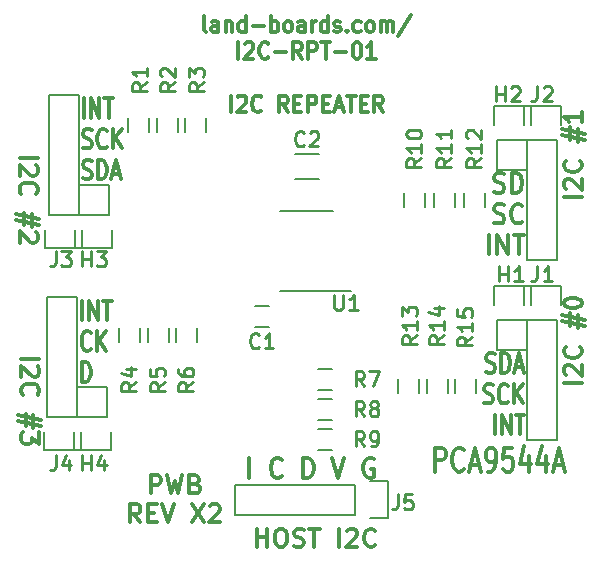
<source format=gto>
G04 #@! TF.FileFunction,Legend,Top*
%FSLAX46Y46*%
G04 Gerber Fmt 4.6, Leading zero omitted, Abs format (unit mm)*
G04 Created by KiCad (PCBNEW (after 2015-mar-04 BZR unknown)-product) date 11/26/2015 10:37:44 PM*
%MOMM*%
G01*
G04 APERTURE LIST*
%ADD10C,0.150000*%
%ADD11C,0.304800*%
%ADD12C,0.254000*%
G04 APERTURE END LIST*
D10*
D11*
X190971713Y-120807238D02*
X190971713Y-118775238D01*
X191552285Y-118775238D01*
X191697427Y-118872000D01*
X191769999Y-118968762D01*
X191842570Y-119162286D01*
X191842570Y-119452571D01*
X191769999Y-119646095D01*
X191697427Y-119742857D01*
X191552285Y-119839619D01*
X190971713Y-119839619D01*
X193366570Y-120613714D02*
X193293999Y-120710476D01*
X193076285Y-120807238D01*
X192931142Y-120807238D01*
X192713427Y-120710476D01*
X192568285Y-120516952D01*
X192495713Y-120323429D01*
X192423142Y-119936381D01*
X192423142Y-119646095D01*
X192495713Y-119259048D01*
X192568285Y-119065524D01*
X192713427Y-118872000D01*
X192931142Y-118775238D01*
X193076285Y-118775238D01*
X193293999Y-118872000D01*
X193366570Y-118968762D01*
X193947142Y-120226667D02*
X194672856Y-120226667D01*
X193801999Y-120807238D02*
X194309999Y-118775238D01*
X194817999Y-120807238D01*
X195398571Y-120807238D02*
X195688856Y-120807238D01*
X195833999Y-120710476D01*
X195906571Y-120613714D01*
X196051713Y-120323429D01*
X196124285Y-119936381D01*
X196124285Y-119162286D01*
X196051713Y-118968762D01*
X195979142Y-118872000D01*
X195833999Y-118775238D01*
X195543713Y-118775238D01*
X195398571Y-118872000D01*
X195325999Y-118968762D01*
X195253428Y-119162286D01*
X195253428Y-119646095D01*
X195325999Y-119839619D01*
X195398571Y-119936381D01*
X195543713Y-120033143D01*
X195833999Y-120033143D01*
X195979142Y-119936381D01*
X196051713Y-119839619D01*
X196124285Y-119646095D01*
X197503142Y-118775238D02*
X196777428Y-118775238D01*
X196704857Y-119742857D01*
X196777428Y-119646095D01*
X196922571Y-119549333D01*
X197285428Y-119549333D01*
X197430571Y-119646095D01*
X197503142Y-119742857D01*
X197575714Y-119936381D01*
X197575714Y-120420190D01*
X197503142Y-120613714D01*
X197430571Y-120710476D01*
X197285428Y-120807238D01*
X196922571Y-120807238D01*
X196777428Y-120710476D01*
X196704857Y-120613714D01*
X198882000Y-119452571D02*
X198882000Y-120807238D01*
X198519143Y-118678476D02*
X198156286Y-120129905D01*
X199099714Y-120129905D01*
X200333429Y-119452571D02*
X200333429Y-120807238D01*
X199970572Y-118678476D02*
X199607715Y-120129905D01*
X200551143Y-120129905D01*
X201059144Y-120226667D02*
X201784858Y-120226667D01*
X200914001Y-120807238D02*
X201422001Y-118775238D01*
X201930001Y-120807238D01*
X195942857Y-97112062D02*
X196160571Y-97190681D01*
X196523428Y-97190681D01*
X196668571Y-97112062D01*
X196741142Y-97033443D01*
X196813714Y-96876205D01*
X196813714Y-96718967D01*
X196741142Y-96561729D01*
X196668571Y-96483110D01*
X196523428Y-96404490D01*
X196233142Y-96325871D01*
X196088000Y-96247252D01*
X196015428Y-96168633D01*
X195942857Y-96011395D01*
X195942857Y-95854157D01*
X196015428Y-95696919D01*
X196088000Y-95618300D01*
X196233142Y-95539681D01*
X196596000Y-95539681D01*
X196813714Y-95618300D01*
X197466857Y-97190681D02*
X197466857Y-95539681D01*
X197829714Y-95539681D01*
X198047429Y-95618300D01*
X198192571Y-95775538D01*
X198265143Y-95932776D01*
X198337714Y-96247252D01*
X198337714Y-96483110D01*
X198265143Y-96797586D01*
X198192571Y-96954824D01*
X198047429Y-97112062D01*
X197829714Y-97190681D01*
X197466857Y-97190681D01*
X195942857Y-99728262D02*
X196160571Y-99806881D01*
X196523428Y-99806881D01*
X196668571Y-99728262D01*
X196741142Y-99649643D01*
X196813714Y-99492405D01*
X196813714Y-99335167D01*
X196741142Y-99177929D01*
X196668571Y-99099310D01*
X196523428Y-99020690D01*
X196233142Y-98942071D01*
X196088000Y-98863452D01*
X196015428Y-98784833D01*
X195942857Y-98627595D01*
X195942857Y-98470357D01*
X196015428Y-98313119D01*
X196088000Y-98234500D01*
X196233142Y-98155881D01*
X196596000Y-98155881D01*
X196813714Y-98234500D01*
X198337714Y-99649643D02*
X198265143Y-99728262D01*
X198047429Y-99806881D01*
X197902286Y-99806881D01*
X197684571Y-99728262D01*
X197539429Y-99571024D01*
X197466857Y-99413786D01*
X197394286Y-99099310D01*
X197394286Y-98863452D01*
X197466857Y-98548976D01*
X197539429Y-98391738D01*
X197684571Y-98234500D01*
X197902286Y-98155881D01*
X198047429Y-98155881D01*
X198265143Y-98234500D01*
X198337714Y-98313119D01*
X195507429Y-102423081D02*
X195507429Y-100772081D01*
X196233143Y-102423081D02*
X196233143Y-100772081D01*
X197104000Y-102423081D01*
X197104000Y-100772081D01*
X197612000Y-100772081D02*
X198482857Y-100772081D01*
X198047428Y-102423081D02*
X198047428Y-100772081D01*
X195301810Y-112352062D02*
X195483238Y-112430681D01*
X195785619Y-112430681D01*
X195906572Y-112352062D01*
X195967048Y-112273443D01*
X196027524Y-112116205D01*
X196027524Y-111958967D01*
X195967048Y-111801729D01*
X195906572Y-111723110D01*
X195785619Y-111644490D01*
X195543715Y-111565871D01*
X195422762Y-111487252D01*
X195362286Y-111408633D01*
X195301810Y-111251395D01*
X195301810Y-111094157D01*
X195362286Y-110936919D01*
X195422762Y-110858300D01*
X195543715Y-110779681D01*
X195846095Y-110779681D01*
X196027524Y-110858300D01*
X196571810Y-112430681D02*
X196571810Y-110779681D01*
X196874191Y-110779681D01*
X197055619Y-110858300D01*
X197176572Y-111015538D01*
X197237048Y-111172776D01*
X197297524Y-111487252D01*
X197297524Y-111723110D01*
X197237048Y-112037586D01*
X197176572Y-112194824D01*
X197055619Y-112352062D01*
X196874191Y-112430681D01*
X196571810Y-112430681D01*
X197781334Y-111958967D02*
X198386096Y-111958967D01*
X197660381Y-112430681D02*
X198083715Y-110779681D01*
X198507048Y-112430681D01*
X195120381Y-114968262D02*
X195301809Y-115046881D01*
X195604190Y-115046881D01*
X195725143Y-114968262D01*
X195785619Y-114889643D01*
X195846095Y-114732405D01*
X195846095Y-114575167D01*
X195785619Y-114417929D01*
X195725143Y-114339310D01*
X195604190Y-114260690D01*
X195362286Y-114182071D01*
X195241333Y-114103452D01*
X195180857Y-114024833D01*
X195120381Y-113867595D01*
X195120381Y-113710357D01*
X195180857Y-113553119D01*
X195241333Y-113474500D01*
X195362286Y-113395881D01*
X195664666Y-113395881D01*
X195846095Y-113474500D01*
X197116095Y-114889643D02*
X197055619Y-114968262D01*
X196874190Y-115046881D01*
X196753238Y-115046881D01*
X196571810Y-114968262D01*
X196450857Y-114811024D01*
X196390381Y-114653786D01*
X196329905Y-114339310D01*
X196329905Y-114103452D01*
X196390381Y-113788976D01*
X196450857Y-113631738D01*
X196571810Y-113474500D01*
X196753238Y-113395881D01*
X196874190Y-113395881D01*
X197055619Y-113474500D01*
X197116095Y-113553119D01*
X197660381Y-115046881D02*
X197660381Y-113395881D01*
X198386095Y-115046881D02*
X197841810Y-114103452D01*
X198386095Y-113395881D02*
X197660381Y-114339310D01*
X196027524Y-117663081D02*
X196027524Y-116012081D01*
X196632286Y-117663081D02*
X196632286Y-116012081D01*
X197358000Y-117663081D01*
X197358000Y-116012081D01*
X197781333Y-116012081D02*
X198507048Y-116012081D01*
X198144191Y-117663081D02*
X198144191Y-116012081D01*
X161084381Y-107985681D02*
X161084381Y-106334681D01*
X161689143Y-107985681D02*
X161689143Y-106334681D01*
X162414857Y-107985681D01*
X162414857Y-106334681D01*
X162838190Y-106334681D02*
X163563905Y-106334681D01*
X163201048Y-107985681D02*
X163201048Y-106334681D01*
X161810095Y-110444643D02*
X161749619Y-110523262D01*
X161568190Y-110601881D01*
X161447238Y-110601881D01*
X161265810Y-110523262D01*
X161144857Y-110366024D01*
X161084381Y-110208786D01*
X161023905Y-109894310D01*
X161023905Y-109658452D01*
X161084381Y-109343976D01*
X161144857Y-109186738D01*
X161265810Y-109029500D01*
X161447238Y-108950881D01*
X161568190Y-108950881D01*
X161749619Y-109029500D01*
X161810095Y-109108119D01*
X162354381Y-110601881D02*
X162354381Y-108950881D01*
X163080095Y-110601881D02*
X162535810Y-109658452D01*
X163080095Y-108950881D02*
X162354381Y-109894310D01*
X161084381Y-113218081D02*
X161084381Y-111567081D01*
X161386762Y-111567081D01*
X161568190Y-111645700D01*
X161689143Y-111802938D01*
X161749619Y-111960176D01*
X161810095Y-112274652D01*
X161810095Y-112510510D01*
X161749619Y-112824986D01*
X161689143Y-112982224D01*
X161568190Y-113139462D01*
X161386762Y-113218081D01*
X161084381Y-113218081D01*
X161211381Y-90840681D02*
X161211381Y-89189681D01*
X161816143Y-90840681D02*
X161816143Y-89189681D01*
X162541857Y-90840681D01*
X162541857Y-89189681D01*
X162965190Y-89189681D02*
X163690905Y-89189681D01*
X163328048Y-90840681D02*
X163328048Y-89189681D01*
X161150905Y-93378262D02*
X161332333Y-93456881D01*
X161634714Y-93456881D01*
X161755667Y-93378262D01*
X161816143Y-93299643D01*
X161876619Y-93142405D01*
X161876619Y-92985167D01*
X161816143Y-92827929D01*
X161755667Y-92749310D01*
X161634714Y-92670690D01*
X161392810Y-92592071D01*
X161271857Y-92513452D01*
X161211381Y-92434833D01*
X161150905Y-92277595D01*
X161150905Y-92120357D01*
X161211381Y-91963119D01*
X161271857Y-91884500D01*
X161392810Y-91805881D01*
X161695190Y-91805881D01*
X161876619Y-91884500D01*
X163146619Y-93299643D02*
X163086143Y-93378262D01*
X162904714Y-93456881D01*
X162783762Y-93456881D01*
X162602334Y-93378262D01*
X162481381Y-93221024D01*
X162420905Y-93063786D01*
X162360429Y-92749310D01*
X162360429Y-92513452D01*
X162420905Y-92198976D01*
X162481381Y-92041738D01*
X162602334Y-91884500D01*
X162783762Y-91805881D01*
X162904714Y-91805881D01*
X163086143Y-91884500D01*
X163146619Y-91963119D01*
X163690905Y-93456881D02*
X163690905Y-91805881D01*
X164416619Y-93456881D02*
X163872334Y-92513452D01*
X164416619Y-91805881D02*
X163690905Y-92749310D01*
X161150905Y-95994462D02*
X161332333Y-96073081D01*
X161634714Y-96073081D01*
X161755667Y-95994462D01*
X161816143Y-95915843D01*
X161876619Y-95758605D01*
X161876619Y-95601367D01*
X161816143Y-95444129D01*
X161755667Y-95365510D01*
X161634714Y-95286890D01*
X161392810Y-95208271D01*
X161271857Y-95129652D01*
X161211381Y-95051033D01*
X161150905Y-94893795D01*
X161150905Y-94736557D01*
X161211381Y-94579319D01*
X161271857Y-94500700D01*
X161392810Y-94422081D01*
X161695190Y-94422081D01*
X161876619Y-94500700D01*
X162420905Y-96073081D02*
X162420905Y-94422081D01*
X162723286Y-94422081D01*
X162904714Y-94500700D01*
X163025667Y-94657938D01*
X163086143Y-94815176D01*
X163146619Y-95129652D01*
X163146619Y-95365510D01*
X163086143Y-95679986D01*
X163025667Y-95837224D01*
X162904714Y-95994462D01*
X162723286Y-96073081D01*
X162420905Y-96073081D01*
X163630429Y-95601367D02*
X164235191Y-95601367D01*
X163509476Y-96073081D02*
X163932810Y-94422081D01*
X164356143Y-96073081D01*
X175230971Y-121320681D02*
X175230971Y-119669681D01*
X177988685Y-121163443D02*
X177916114Y-121242062D01*
X177698400Y-121320681D01*
X177553257Y-121320681D01*
X177335542Y-121242062D01*
X177190400Y-121084824D01*
X177117828Y-120927586D01*
X177045257Y-120613110D01*
X177045257Y-120377252D01*
X177117828Y-120062776D01*
X177190400Y-119905538D01*
X177335542Y-119748300D01*
X177553257Y-119669681D01*
X177698400Y-119669681D01*
X177916114Y-119748300D01*
X177988685Y-119826919D01*
X179802971Y-121320681D02*
X179802971Y-119669681D01*
X180165828Y-119669681D01*
X180383543Y-119748300D01*
X180528685Y-119905538D01*
X180601257Y-120062776D01*
X180673828Y-120377252D01*
X180673828Y-120613110D01*
X180601257Y-120927586D01*
X180528685Y-121084824D01*
X180383543Y-121242062D01*
X180165828Y-121320681D01*
X179802971Y-121320681D01*
X182270400Y-119669681D02*
X182778400Y-121320681D01*
X183286400Y-119669681D01*
X185753829Y-119748300D02*
X185608686Y-119669681D01*
X185390972Y-119669681D01*
X185173257Y-119748300D01*
X185028115Y-119905538D01*
X184955543Y-120062776D01*
X184882972Y-120377252D01*
X184882972Y-120613110D01*
X184955543Y-120927586D01*
X185028115Y-121084824D01*
X185173257Y-121242062D01*
X185390972Y-121320681D01*
X185536115Y-121320681D01*
X185753829Y-121242062D01*
X185826400Y-121163443D01*
X185826400Y-120613110D01*
X185536115Y-120613110D01*
X203381429Y-113284000D02*
X201857429Y-113284000D01*
X202002571Y-112630857D02*
X201930000Y-112558286D01*
X201857429Y-112413143D01*
X201857429Y-112050286D01*
X201930000Y-111905143D01*
X202002571Y-111832572D01*
X202147714Y-111760000D01*
X202292857Y-111760000D01*
X202510571Y-111832572D01*
X203381429Y-112703429D01*
X203381429Y-111760000D01*
X203236286Y-110236000D02*
X203308857Y-110308571D01*
X203381429Y-110526285D01*
X203381429Y-110671428D01*
X203308857Y-110889143D01*
X203163714Y-111034285D01*
X203018571Y-111106857D01*
X202728286Y-111179428D01*
X202510571Y-111179428D01*
X202220286Y-111106857D01*
X202075143Y-111034285D01*
X201930000Y-110889143D01*
X201857429Y-110671428D01*
X201857429Y-110526285D01*
X201930000Y-110308571D01*
X202002571Y-110236000D01*
X202365429Y-108494285D02*
X202365429Y-107405714D01*
X201712286Y-108058857D02*
X203671714Y-108494285D01*
X203018571Y-107550857D02*
X203018571Y-108639428D01*
X203671714Y-107986285D02*
X201712286Y-107550857D01*
X201857429Y-106607428D02*
X201857429Y-106462285D01*
X201930000Y-106317142D01*
X202002571Y-106244571D01*
X202147714Y-106172000D01*
X202438000Y-106099428D01*
X202800857Y-106099428D01*
X203091143Y-106172000D01*
X203236286Y-106244571D01*
X203308857Y-106317142D01*
X203381429Y-106462285D01*
X203381429Y-106607428D01*
X203308857Y-106752571D01*
X203236286Y-106825142D01*
X203091143Y-106897714D01*
X202800857Y-106970285D01*
X202438000Y-106970285D01*
X202147714Y-106897714D01*
X202002571Y-106825142D01*
X201930000Y-106752571D01*
X201857429Y-106607428D01*
X203381429Y-97536000D02*
X201857429Y-97536000D01*
X202002571Y-96882857D02*
X201930000Y-96810286D01*
X201857429Y-96665143D01*
X201857429Y-96302286D01*
X201930000Y-96157143D01*
X202002571Y-96084572D01*
X202147714Y-96012000D01*
X202292857Y-96012000D01*
X202510571Y-96084572D01*
X203381429Y-96955429D01*
X203381429Y-96012000D01*
X203236286Y-94488000D02*
X203308857Y-94560571D01*
X203381429Y-94778285D01*
X203381429Y-94923428D01*
X203308857Y-95141143D01*
X203163714Y-95286285D01*
X203018571Y-95358857D01*
X202728286Y-95431428D01*
X202510571Y-95431428D01*
X202220286Y-95358857D01*
X202075143Y-95286285D01*
X201930000Y-95141143D01*
X201857429Y-94923428D01*
X201857429Y-94778285D01*
X201930000Y-94560571D01*
X202002571Y-94488000D01*
X202365429Y-92746285D02*
X202365429Y-91657714D01*
X201712286Y-92310857D02*
X203671714Y-92746285D01*
X203018571Y-91802857D02*
X203018571Y-92891428D01*
X203671714Y-92238285D02*
X201712286Y-91802857D01*
X203381429Y-90351428D02*
X203381429Y-91222285D01*
X203381429Y-90786857D02*
X201857429Y-90786857D01*
X202075143Y-90932000D01*
X202220286Y-91077142D01*
X202292857Y-91222285D01*
X155774571Y-94234000D02*
X157298571Y-94234000D01*
X157153429Y-94887143D02*
X157226000Y-94959714D01*
X157298571Y-95104857D01*
X157298571Y-95467714D01*
X157226000Y-95612857D01*
X157153429Y-95685428D01*
X157008286Y-95758000D01*
X156863143Y-95758000D01*
X156645429Y-95685428D01*
X155774571Y-94814571D01*
X155774571Y-95758000D01*
X155919714Y-97282000D02*
X155847143Y-97209429D01*
X155774571Y-96991715D01*
X155774571Y-96846572D01*
X155847143Y-96628857D01*
X155992286Y-96483715D01*
X156137429Y-96411143D01*
X156427714Y-96338572D01*
X156645429Y-96338572D01*
X156935714Y-96411143D01*
X157080857Y-96483715D01*
X157226000Y-96628857D01*
X157298571Y-96846572D01*
X157298571Y-96991715D01*
X157226000Y-97209429D01*
X157153429Y-97282000D01*
X156790571Y-99023715D02*
X156790571Y-100112286D01*
X157443714Y-99459143D02*
X155484286Y-99023715D01*
X156137429Y-99967143D02*
X156137429Y-98878572D01*
X155484286Y-99531715D02*
X157443714Y-99967143D01*
X157153429Y-100547715D02*
X157226000Y-100620286D01*
X157298571Y-100765429D01*
X157298571Y-101128286D01*
X157226000Y-101273429D01*
X157153429Y-101346000D01*
X157008286Y-101418572D01*
X156863143Y-101418572D01*
X156645429Y-101346000D01*
X155774571Y-100475143D01*
X155774571Y-101418572D01*
X175876857Y-127181429D02*
X175876857Y-125657429D01*
X175876857Y-126383143D02*
X176747714Y-126383143D01*
X176747714Y-127181429D02*
X176747714Y-125657429D01*
X177763714Y-125657429D02*
X178054000Y-125657429D01*
X178199142Y-125730000D01*
X178344285Y-125875143D01*
X178416857Y-126165429D01*
X178416857Y-126673429D01*
X178344285Y-126963714D01*
X178199142Y-127108857D01*
X178054000Y-127181429D01*
X177763714Y-127181429D01*
X177618571Y-127108857D01*
X177473428Y-126963714D01*
X177400857Y-126673429D01*
X177400857Y-126165429D01*
X177473428Y-125875143D01*
X177618571Y-125730000D01*
X177763714Y-125657429D01*
X178997428Y-127108857D02*
X179215142Y-127181429D01*
X179577999Y-127181429D01*
X179723142Y-127108857D01*
X179795713Y-127036286D01*
X179868285Y-126891143D01*
X179868285Y-126746000D01*
X179795713Y-126600857D01*
X179723142Y-126528286D01*
X179577999Y-126455714D01*
X179287713Y-126383143D01*
X179142571Y-126310571D01*
X179069999Y-126238000D01*
X178997428Y-126092857D01*
X178997428Y-125947714D01*
X179069999Y-125802571D01*
X179142571Y-125730000D01*
X179287713Y-125657429D01*
X179650571Y-125657429D01*
X179868285Y-125730000D01*
X180303714Y-125657429D02*
X181174571Y-125657429D01*
X180739142Y-127181429D02*
X180739142Y-125657429D01*
X182843714Y-127181429D02*
X182843714Y-125657429D01*
X183496857Y-125802571D02*
X183569428Y-125730000D01*
X183714571Y-125657429D01*
X184077428Y-125657429D01*
X184222571Y-125730000D01*
X184295142Y-125802571D01*
X184367714Y-125947714D01*
X184367714Y-126092857D01*
X184295142Y-126310571D01*
X183424285Y-127181429D01*
X184367714Y-127181429D01*
X185891714Y-127036286D02*
X185819143Y-127108857D01*
X185601429Y-127181429D01*
X185456286Y-127181429D01*
X185238571Y-127108857D01*
X185093429Y-126963714D01*
X185020857Y-126818571D01*
X184948286Y-126528286D01*
X184948286Y-126310571D01*
X185020857Y-126020286D01*
X185093429Y-125875143D01*
X185238571Y-125730000D01*
X185456286Y-125657429D01*
X185601429Y-125657429D01*
X185819143Y-125730000D01*
X185891714Y-125802571D01*
X155926971Y-111252000D02*
X157450971Y-111252000D01*
X157305829Y-111905143D02*
X157378400Y-111977714D01*
X157450971Y-112122857D01*
X157450971Y-112485714D01*
X157378400Y-112630857D01*
X157305829Y-112703428D01*
X157160686Y-112776000D01*
X157015543Y-112776000D01*
X156797829Y-112703428D01*
X155926971Y-111832571D01*
X155926971Y-112776000D01*
X156072114Y-114300000D02*
X155999543Y-114227429D01*
X155926971Y-114009715D01*
X155926971Y-113864572D01*
X155999543Y-113646857D01*
X156144686Y-113501715D01*
X156289829Y-113429143D01*
X156580114Y-113356572D01*
X156797829Y-113356572D01*
X157088114Y-113429143D01*
X157233257Y-113501715D01*
X157378400Y-113646857D01*
X157450971Y-113864572D01*
X157450971Y-114009715D01*
X157378400Y-114227429D01*
X157305829Y-114300000D01*
X156942971Y-116041715D02*
X156942971Y-117130286D01*
X157596114Y-116477143D02*
X155636686Y-116041715D01*
X156289829Y-116985143D02*
X156289829Y-115896572D01*
X155636686Y-116549715D02*
X157596114Y-116985143D01*
X157450971Y-117493143D02*
X157450971Y-118436572D01*
X156870400Y-117928572D01*
X156870400Y-118146286D01*
X156797829Y-118291429D01*
X156725257Y-118364000D01*
X156580114Y-118436572D01*
X156217257Y-118436572D01*
X156072114Y-118364000D01*
X155999543Y-118291429D01*
X155926971Y-118146286D01*
X155926971Y-117710858D01*
X155999543Y-117565715D01*
X156072114Y-117493143D01*
X171589095Y-83601076D02*
X171468142Y-83534552D01*
X171407666Y-83401505D01*
X171407666Y-82204076D01*
X172617190Y-83601076D02*
X172617190Y-82869314D01*
X172556713Y-82736267D01*
X172435761Y-82669743D01*
X172193856Y-82669743D01*
X172072904Y-82736267D01*
X172617190Y-83534552D02*
X172496237Y-83601076D01*
X172193856Y-83601076D01*
X172072904Y-83534552D01*
X172012428Y-83401505D01*
X172012428Y-83268457D01*
X172072904Y-83135410D01*
X172193856Y-83068886D01*
X172496237Y-83068886D01*
X172617190Y-83002362D01*
X173221952Y-82669743D02*
X173221952Y-83601076D01*
X173221952Y-82802790D02*
X173282428Y-82736267D01*
X173403381Y-82669743D01*
X173584809Y-82669743D01*
X173705761Y-82736267D01*
X173766238Y-82869314D01*
X173766238Y-83601076D01*
X174915286Y-83601076D02*
X174915286Y-82204076D01*
X174915286Y-83534552D02*
X174794333Y-83601076D01*
X174552429Y-83601076D01*
X174431476Y-83534552D01*
X174371000Y-83468029D01*
X174310524Y-83334981D01*
X174310524Y-82935838D01*
X174371000Y-82802790D01*
X174431476Y-82736267D01*
X174552429Y-82669743D01*
X174794333Y-82669743D01*
X174915286Y-82736267D01*
X175520048Y-83068886D02*
X176487667Y-83068886D01*
X177092429Y-83601076D02*
X177092429Y-82204076D01*
X177092429Y-82736267D02*
X177213381Y-82669743D01*
X177455286Y-82669743D01*
X177576238Y-82736267D01*
X177636715Y-82802790D01*
X177697191Y-82935838D01*
X177697191Y-83334981D01*
X177636715Y-83468029D01*
X177576238Y-83534552D01*
X177455286Y-83601076D01*
X177213381Y-83601076D01*
X177092429Y-83534552D01*
X178422906Y-83601076D02*
X178301953Y-83534552D01*
X178241477Y-83468029D01*
X178181001Y-83334981D01*
X178181001Y-82935838D01*
X178241477Y-82802790D01*
X178301953Y-82736267D01*
X178422906Y-82669743D01*
X178604334Y-82669743D01*
X178725286Y-82736267D01*
X178785763Y-82802790D01*
X178846239Y-82935838D01*
X178846239Y-83334981D01*
X178785763Y-83468029D01*
X178725286Y-83534552D01*
X178604334Y-83601076D01*
X178422906Y-83601076D01*
X179934811Y-83601076D02*
X179934811Y-82869314D01*
X179874334Y-82736267D01*
X179753382Y-82669743D01*
X179511477Y-82669743D01*
X179390525Y-82736267D01*
X179934811Y-83534552D02*
X179813858Y-83601076D01*
X179511477Y-83601076D01*
X179390525Y-83534552D01*
X179330049Y-83401505D01*
X179330049Y-83268457D01*
X179390525Y-83135410D01*
X179511477Y-83068886D01*
X179813858Y-83068886D01*
X179934811Y-83002362D01*
X180539573Y-83601076D02*
X180539573Y-82669743D01*
X180539573Y-82935838D02*
X180600049Y-82802790D01*
X180660525Y-82736267D01*
X180781478Y-82669743D01*
X180902430Y-82669743D01*
X181870049Y-83601076D02*
X181870049Y-82204076D01*
X181870049Y-83534552D02*
X181749096Y-83601076D01*
X181507192Y-83601076D01*
X181386239Y-83534552D01*
X181325763Y-83468029D01*
X181265287Y-83334981D01*
X181265287Y-82935838D01*
X181325763Y-82802790D01*
X181386239Y-82736267D01*
X181507192Y-82669743D01*
X181749096Y-82669743D01*
X181870049Y-82736267D01*
X182414335Y-83534552D02*
X182535287Y-83601076D01*
X182777192Y-83601076D01*
X182898144Y-83534552D01*
X182958620Y-83401505D01*
X182958620Y-83334981D01*
X182898144Y-83201933D01*
X182777192Y-83135410D01*
X182595763Y-83135410D01*
X182474811Y-83068886D01*
X182414335Y-82935838D01*
X182414335Y-82869314D01*
X182474811Y-82736267D01*
X182595763Y-82669743D01*
X182777192Y-82669743D01*
X182898144Y-82736267D01*
X183502906Y-83468029D02*
X183563382Y-83534552D01*
X183502906Y-83601076D01*
X183442430Y-83534552D01*
X183502906Y-83468029D01*
X183502906Y-83601076D01*
X184651954Y-83534552D02*
X184531001Y-83601076D01*
X184289097Y-83601076D01*
X184168144Y-83534552D01*
X184107668Y-83468029D01*
X184047192Y-83334981D01*
X184047192Y-82935838D01*
X184107668Y-82802790D01*
X184168144Y-82736267D01*
X184289097Y-82669743D01*
X184531001Y-82669743D01*
X184651954Y-82736267D01*
X185377668Y-83601076D02*
X185256715Y-83534552D01*
X185196239Y-83468029D01*
X185135763Y-83334981D01*
X185135763Y-82935838D01*
X185196239Y-82802790D01*
X185256715Y-82736267D01*
X185377668Y-82669743D01*
X185559096Y-82669743D01*
X185680048Y-82736267D01*
X185740525Y-82802790D01*
X185801001Y-82935838D01*
X185801001Y-83334981D01*
X185740525Y-83468029D01*
X185680048Y-83534552D01*
X185559096Y-83601076D01*
X185377668Y-83601076D01*
X186345287Y-83601076D02*
X186345287Y-82669743D01*
X186345287Y-82802790D02*
X186405763Y-82736267D01*
X186526716Y-82669743D01*
X186708144Y-82669743D01*
X186829096Y-82736267D01*
X186889573Y-82869314D01*
X186889573Y-83601076D01*
X186889573Y-82869314D02*
X186950049Y-82736267D01*
X187071001Y-82669743D01*
X187252430Y-82669743D01*
X187373382Y-82736267D01*
X187433858Y-82869314D01*
X187433858Y-83601076D01*
X188945763Y-82137552D02*
X187857191Y-83933695D01*
X174310524Y-85861676D02*
X174310524Y-84464676D01*
X174854810Y-84597724D02*
X174915286Y-84531200D01*
X175036238Y-84464676D01*
X175338619Y-84464676D01*
X175459572Y-84531200D01*
X175520048Y-84597724D01*
X175580524Y-84730771D01*
X175580524Y-84863819D01*
X175520048Y-85063390D01*
X174794334Y-85861676D01*
X175580524Y-85861676D01*
X176850524Y-85728629D02*
X176790048Y-85795152D01*
X176608619Y-85861676D01*
X176487667Y-85861676D01*
X176306239Y-85795152D01*
X176185286Y-85662105D01*
X176124810Y-85529057D01*
X176064334Y-85262962D01*
X176064334Y-85063390D01*
X176124810Y-84797295D01*
X176185286Y-84664248D01*
X176306239Y-84531200D01*
X176487667Y-84464676D01*
X176608619Y-84464676D01*
X176790048Y-84531200D01*
X176850524Y-84597724D01*
X177394810Y-85329486D02*
X178362429Y-85329486D01*
X179692905Y-85861676D02*
X179269572Y-85196438D01*
X178967191Y-85861676D02*
X178967191Y-84464676D01*
X179451000Y-84464676D01*
X179571953Y-84531200D01*
X179632429Y-84597724D01*
X179692905Y-84730771D01*
X179692905Y-84930343D01*
X179632429Y-85063390D01*
X179571953Y-85129914D01*
X179451000Y-85196438D01*
X178967191Y-85196438D01*
X180237191Y-85861676D02*
X180237191Y-84464676D01*
X180721000Y-84464676D01*
X180841953Y-84531200D01*
X180902429Y-84597724D01*
X180962905Y-84730771D01*
X180962905Y-84930343D01*
X180902429Y-85063390D01*
X180841953Y-85129914D01*
X180721000Y-85196438D01*
X180237191Y-85196438D01*
X181325762Y-84464676D02*
X182051477Y-84464676D01*
X181688620Y-85861676D02*
X181688620Y-84464676D01*
X182474810Y-85329486D02*
X183442429Y-85329486D01*
X184289096Y-84464676D02*
X184410048Y-84464676D01*
X184531000Y-84531200D01*
X184591477Y-84597724D01*
X184651953Y-84730771D01*
X184712429Y-84996867D01*
X184712429Y-85329486D01*
X184651953Y-85595581D01*
X184591477Y-85728629D01*
X184531000Y-85795152D01*
X184410048Y-85861676D01*
X184289096Y-85861676D01*
X184168143Y-85795152D01*
X184107667Y-85728629D01*
X184047191Y-85595581D01*
X183986715Y-85329486D01*
X183986715Y-84996867D01*
X184047191Y-84730771D01*
X184107667Y-84597724D01*
X184168143Y-84531200D01*
X184289096Y-84464676D01*
X185921953Y-85861676D02*
X185196239Y-85861676D01*
X185559096Y-85861676D02*
X185559096Y-84464676D01*
X185438144Y-84664248D01*
X185317191Y-84797295D01*
X185196239Y-84863819D01*
X173705762Y-90382876D02*
X173705762Y-88985876D01*
X174250048Y-89118924D02*
X174310524Y-89052400D01*
X174431476Y-88985876D01*
X174733857Y-88985876D01*
X174854810Y-89052400D01*
X174915286Y-89118924D01*
X174975762Y-89251971D01*
X174975762Y-89385019D01*
X174915286Y-89584590D01*
X174189572Y-90382876D01*
X174975762Y-90382876D01*
X176245762Y-90249829D02*
X176185286Y-90316352D01*
X176003857Y-90382876D01*
X175882905Y-90382876D01*
X175701477Y-90316352D01*
X175580524Y-90183305D01*
X175520048Y-90050257D01*
X175459572Y-89784162D01*
X175459572Y-89584590D01*
X175520048Y-89318495D01*
X175580524Y-89185448D01*
X175701477Y-89052400D01*
X175882905Y-88985876D01*
X176003857Y-88985876D01*
X176185286Y-89052400D01*
X176245762Y-89118924D01*
X178483381Y-90382876D02*
X178060048Y-89717638D01*
X177757667Y-90382876D02*
X177757667Y-88985876D01*
X178241476Y-88985876D01*
X178362429Y-89052400D01*
X178422905Y-89118924D01*
X178483381Y-89251971D01*
X178483381Y-89451543D01*
X178422905Y-89584590D01*
X178362429Y-89651114D01*
X178241476Y-89717638D01*
X177757667Y-89717638D01*
X179027667Y-89651114D02*
X179451000Y-89651114D01*
X179632429Y-90382876D02*
X179027667Y-90382876D01*
X179027667Y-88985876D01*
X179632429Y-88985876D01*
X180176715Y-90382876D02*
X180176715Y-88985876D01*
X180660524Y-88985876D01*
X180781477Y-89052400D01*
X180841953Y-89118924D01*
X180902429Y-89251971D01*
X180902429Y-89451543D01*
X180841953Y-89584590D01*
X180781477Y-89651114D01*
X180660524Y-89717638D01*
X180176715Y-89717638D01*
X181446715Y-89651114D02*
X181870048Y-89651114D01*
X182051477Y-90382876D02*
X181446715Y-90382876D01*
X181446715Y-88985876D01*
X182051477Y-88985876D01*
X182535287Y-89983733D02*
X183140049Y-89983733D01*
X182414334Y-90382876D02*
X182837668Y-88985876D01*
X183261001Y-90382876D01*
X183502905Y-88985876D02*
X184228620Y-88985876D01*
X183865763Y-90382876D02*
X183865763Y-88985876D01*
X184651953Y-89651114D02*
X185075286Y-89651114D01*
X185256715Y-90382876D02*
X184651953Y-90382876D01*
X184651953Y-88985876D01*
X185256715Y-88985876D01*
X186526715Y-90382876D02*
X186103382Y-89717638D01*
X185801001Y-90382876D02*
X185801001Y-88985876D01*
X186284810Y-88985876D01*
X186405763Y-89052400D01*
X186466239Y-89118924D01*
X186526715Y-89251971D01*
X186526715Y-89451543D01*
X186466239Y-89584590D01*
X186405763Y-89651114D01*
X186284810Y-89717638D01*
X185801001Y-89717638D01*
X166878000Y-122660229D02*
X166878000Y-121136229D01*
X167458572Y-121136229D01*
X167603714Y-121208800D01*
X167676286Y-121281371D01*
X167748857Y-121426514D01*
X167748857Y-121644229D01*
X167676286Y-121789371D01*
X167603714Y-121861943D01*
X167458572Y-121934514D01*
X166878000Y-121934514D01*
X168256857Y-121136229D02*
X168619714Y-122660229D01*
X168910000Y-121571657D01*
X169200286Y-122660229D01*
X169563143Y-121136229D01*
X170651714Y-121861943D02*
X170869428Y-121934514D01*
X170942000Y-122007086D01*
X171014571Y-122152229D01*
X171014571Y-122369943D01*
X170942000Y-122515086D01*
X170869428Y-122587657D01*
X170724286Y-122660229D01*
X170143714Y-122660229D01*
X170143714Y-121136229D01*
X170651714Y-121136229D01*
X170796857Y-121208800D01*
X170869428Y-121281371D01*
X170942000Y-121426514D01*
X170942000Y-121571657D01*
X170869428Y-121716800D01*
X170796857Y-121789371D01*
X170651714Y-121861943D01*
X170143714Y-121861943D01*
X166007142Y-125098629D02*
X165499142Y-124372914D01*
X165136285Y-125098629D02*
X165136285Y-123574629D01*
X165716857Y-123574629D01*
X165861999Y-123647200D01*
X165934571Y-123719771D01*
X166007142Y-123864914D01*
X166007142Y-124082629D01*
X165934571Y-124227771D01*
X165861999Y-124300343D01*
X165716857Y-124372914D01*
X165136285Y-124372914D01*
X166660285Y-124300343D02*
X167168285Y-124300343D01*
X167385999Y-125098629D02*
X166660285Y-125098629D01*
X166660285Y-123574629D01*
X167385999Y-123574629D01*
X167821428Y-123574629D02*
X168329428Y-125098629D01*
X168837428Y-123574629D01*
X170361428Y-123574629D02*
X171377428Y-125098629D01*
X171377428Y-123574629D02*
X170361428Y-125098629D01*
X171885429Y-123719771D02*
X171958000Y-123647200D01*
X172103143Y-123574629D01*
X172466000Y-123574629D01*
X172611143Y-123647200D01*
X172683714Y-123719771D01*
X172756286Y-123864914D01*
X172756286Y-124010057D01*
X172683714Y-124227771D01*
X171812857Y-125098629D01*
X172756286Y-125098629D01*
D10*
X181010000Y-112155000D02*
X182210000Y-112155000D01*
X182210000Y-113905000D02*
X181010000Y-113905000D01*
X181010000Y-114695000D02*
X182210000Y-114695000D01*
X182210000Y-116445000D02*
X181010000Y-116445000D01*
X181010000Y-117235000D02*
X182210000Y-117235000D01*
X182210000Y-118985000D02*
X181010000Y-118985000D01*
X189597000Y-112938000D02*
X189597000Y-114138000D01*
X187847000Y-114138000D02*
X187847000Y-112938000D01*
X193435000Y-98390000D02*
X193435000Y-97190000D01*
X195185000Y-97190000D02*
X195185000Y-98390000D01*
X169813000Y-92040000D02*
X169813000Y-90840000D01*
X171563000Y-90840000D02*
X171563000Y-92040000D01*
X165975000Y-108620000D02*
X165975000Y-109820000D01*
X164225000Y-109820000D02*
X164225000Y-108620000D01*
X194423000Y-112938000D02*
X194423000Y-114138000D01*
X192673000Y-114138000D02*
X192673000Y-112938000D01*
X188355000Y-98390000D02*
X188355000Y-97190000D01*
X190105000Y-97190000D02*
X190105000Y-98390000D01*
X164987000Y-92040000D02*
X164987000Y-90840000D01*
X166737000Y-90840000D02*
X166737000Y-92040000D01*
X170801000Y-108620000D02*
X170801000Y-109820000D01*
X169051000Y-109820000D02*
X169051000Y-108620000D01*
X192010000Y-112938000D02*
X192010000Y-114138000D01*
X190260000Y-114138000D02*
X190260000Y-112938000D01*
X198475000Y-106680000D02*
X198475000Y-105130000D01*
X198475000Y-105130000D02*
X201575000Y-105130000D01*
X201575000Y-105130000D02*
X201575000Y-106680000D01*
X201295000Y-107950000D02*
X201295000Y-118110000D01*
X201295000Y-118110000D02*
X198755000Y-118110000D01*
X198755000Y-118110000D02*
X198755000Y-107950000D01*
X201295000Y-107950000D02*
X198755000Y-107950000D01*
X198475000Y-91440000D02*
X198475000Y-89890000D01*
X198475000Y-89890000D02*
X201575000Y-89890000D01*
X201575000Y-89890000D02*
X201575000Y-91440000D01*
X201295000Y-92710000D02*
X201295000Y-102870000D01*
X201295000Y-102870000D02*
X198755000Y-102870000D01*
X198755000Y-102870000D02*
X198755000Y-92710000D01*
X201295000Y-92710000D02*
X198755000Y-92710000D01*
X161062000Y-100330000D02*
X161062000Y-101880000D01*
X161062000Y-101880000D02*
X157962000Y-101880000D01*
X157962000Y-101880000D02*
X157962000Y-100330000D01*
X158242000Y-99060000D02*
X158242000Y-88900000D01*
X158242000Y-88900000D02*
X160782000Y-88900000D01*
X160782000Y-88900000D02*
X160782000Y-99060000D01*
X158242000Y-99060000D02*
X160782000Y-99060000D01*
X160935000Y-117475000D02*
X160935000Y-119025000D01*
X160935000Y-119025000D02*
X157835000Y-119025000D01*
X157835000Y-119025000D02*
X157835000Y-117475000D01*
X158115000Y-116205000D02*
X158115000Y-106045000D01*
X158115000Y-106045000D02*
X160655000Y-106045000D01*
X160655000Y-106045000D02*
X160655000Y-116205000D01*
X158115000Y-116205000D02*
X160655000Y-116205000D01*
X190895000Y-98390000D02*
X190895000Y-97190000D01*
X192645000Y-97190000D02*
X192645000Y-98390000D01*
X167400000Y-92040000D02*
X167400000Y-90840000D01*
X169150000Y-90840000D02*
X169150000Y-92040000D01*
X168388000Y-108620000D02*
X168388000Y-109820000D01*
X166638000Y-109820000D02*
X166638000Y-108620000D01*
X185420000Y-121640000D02*
X186970000Y-121640000D01*
X186970000Y-121640000D02*
X186970000Y-124740000D01*
X186970000Y-124740000D02*
X185420000Y-124740000D01*
X184150000Y-124460000D02*
X173990000Y-124460000D01*
X173990000Y-124460000D02*
X173990000Y-121920000D01*
X173990000Y-121920000D02*
X184150000Y-121920000D01*
X184150000Y-124460000D02*
X184150000Y-121920000D01*
X182311000Y-98733000D02*
X177861000Y-98733000D01*
X183836000Y-105483000D02*
X177861000Y-105483000D01*
X198755000Y-107950000D02*
X198755000Y-110490000D01*
X199035000Y-105130000D02*
X199035000Y-106680000D01*
X198755000Y-107950000D02*
X196215000Y-107950000D01*
X195935000Y-106680000D02*
X195935000Y-105130000D01*
X195935000Y-105130000D02*
X199035000Y-105130000D01*
X196215000Y-107950000D02*
X196215000Y-110490000D01*
X196215000Y-110490000D02*
X198755000Y-110490000D01*
X198755000Y-92710000D02*
X198755000Y-95250000D01*
X199035000Y-89890000D02*
X199035000Y-91440000D01*
X198755000Y-92710000D02*
X196215000Y-92710000D01*
X195935000Y-91440000D02*
X195935000Y-89890000D01*
X195935000Y-89890000D02*
X199035000Y-89890000D01*
X196215000Y-92710000D02*
X196215000Y-95250000D01*
X196215000Y-95250000D02*
X198755000Y-95250000D01*
X160782000Y-99060000D02*
X160782000Y-96520000D01*
X160502000Y-101880000D02*
X160502000Y-100330000D01*
X160782000Y-99060000D02*
X163322000Y-99060000D01*
X163602000Y-100330000D02*
X163602000Y-101880000D01*
X163602000Y-101880000D02*
X160502000Y-101880000D01*
X163322000Y-99060000D02*
X163322000Y-96520000D01*
X163322000Y-96520000D02*
X160782000Y-96520000D01*
X160655000Y-116205000D02*
X160655000Y-113665000D01*
X160375000Y-119025000D02*
X160375000Y-117475000D01*
X160655000Y-116205000D02*
X163195000Y-116205000D01*
X163475000Y-117475000D02*
X163475000Y-119025000D01*
X163475000Y-119025000D02*
X160375000Y-119025000D01*
X163195000Y-116205000D02*
X163195000Y-113665000D01*
X163195000Y-113665000D02*
X160655000Y-113665000D01*
X175676000Y-106821000D02*
X176876000Y-106821000D01*
X176876000Y-108571000D02*
X175676000Y-108571000D01*
X181086000Y-96071000D02*
X179086000Y-96071000D01*
X179086000Y-93921000D02*
X181086000Y-93921000D01*
D12*
X184954333Y-113604524D02*
X184531000Y-112999762D01*
X184228619Y-113604524D02*
X184228619Y-112334524D01*
X184712428Y-112334524D01*
X184833381Y-112395000D01*
X184893857Y-112455476D01*
X184954333Y-112576429D01*
X184954333Y-112757857D01*
X184893857Y-112878810D01*
X184833381Y-112939286D01*
X184712428Y-112999762D01*
X184228619Y-112999762D01*
X185377667Y-112334524D02*
X186224333Y-112334524D01*
X185680048Y-113604524D01*
X184954333Y-116144524D02*
X184531000Y-115539762D01*
X184228619Y-116144524D02*
X184228619Y-114874524D01*
X184712428Y-114874524D01*
X184833381Y-114935000D01*
X184893857Y-114995476D01*
X184954333Y-115116429D01*
X184954333Y-115297857D01*
X184893857Y-115418810D01*
X184833381Y-115479286D01*
X184712428Y-115539762D01*
X184228619Y-115539762D01*
X185680048Y-115418810D02*
X185559095Y-115358333D01*
X185498619Y-115297857D01*
X185438143Y-115176905D01*
X185438143Y-115116429D01*
X185498619Y-114995476D01*
X185559095Y-114935000D01*
X185680048Y-114874524D01*
X185921952Y-114874524D01*
X186042905Y-114935000D01*
X186103381Y-114995476D01*
X186163857Y-115116429D01*
X186163857Y-115176905D01*
X186103381Y-115297857D01*
X186042905Y-115358333D01*
X185921952Y-115418810D01*
X185680048Y-115418810D01*
X185559095Y-115479286D01*
X185498619Y-115539762D01*
X185438143Y-115660714D01*
X185438143Y-115902619D01*
X185498619Y-116023571D01*
X185559095Y-116084048D01*
X185680048Y-116144524D01*
X185921952Y-116144524D01*
X186042905Y-116084048D01*
X186103381Y-116023571D01*
X186163857Y-115902619D01*
X186163857Y-115660714D01*
X186103381Y-115539762D01*
X186042905Y-115479286D01*
X185921952Y-115418810D01*
X184954333Y-118684524D02*
X184531000Y-118079762D01*
X184228619Y-118684524D02*
X184228619Y-117414524D01*
X184712428Y-117414524D01*
X184833381Y-117475000D01*
X184893857Y-117535476D01*
X184954333Y-117656429D01*
X184954333Y-117837857D01*
X184893857Y-117958810D01*
X184833381Y-118019286D01*
X184712428Y-118079762D01*
X184228619Y-118079762D01*
X185559095Y-118684524D02*
X185801000Y-118684524D01*
X185921952Y-118624048D01*
X185982428Y-118563571D01*
X186103381Y-118382143D01*
X186163857Y-118140238D01*
X186163857Y-117656429D01*
X186103381Y-117535476D01*
X186042905Y-117475000D01*
X185921952Y-117414524D01*
X185680048Y-117414524D01*
X185559095Y-117475000D01*
X185498619Y-117535476D01*
X185438143Y-117656429D01*
X185438143Y-117958810D01*
X185498619Y-118079762D01*
X185559095Y-118140238D01*
X185680048Y-118200714D01*
X185921952Y-118200714D01*
X186042905Y-118140238D01*
X186103381Y-118079762D01*
X186163857Y-117958810D01*
X189423524Y-109274429D02*
X188818762Y-109697762D01*
X189423524Y-110000143D02*
X188153524Y-110000143D01*
X188153524Y-109516334D01*
X188214000Y-109395381D01*
X188274476Y-109334905D01*
X188395429Y-109274429D01*
X188576857Y-109274429D01*
X188697810Y-109334905D01*
X188758286Y-109395381D01*
X188818762Y-109516334D01*
X188818762Y-110000143D01*
X189423524Y-108064905D02*
X189423524Y-108790619D01*
X189423524Y-108427762D02*
X188153524Y-108427762D01*
X188334952Y-108548714D01*
X188455905Y-108669667D01*
X188516381Y-108790619D01*
X188153524Y-107641571D02*
X188153524Y-106855381D01*
X188637333Y-107278714D01*
X188637333Y-107097286D01*
X188697810Y-106976333D01*
X188758286Y-106915857D01*
X188879238Y-106855381D01*
X189181619Y-106855381D01*
X189302571Y-106915857D01*
X189363048Y-106976333D01*
X189423524Y-107097286D01*
X189423524Y-107460143D01*
X189363048Y-107581095D01*
X189302571Y-107641571D01*
X194884524Y-94288429D02*
X194279762Y-94711762D01*
X194884524Y-95014143D02*
X193614524Y-95014143D01*
X193614524Y-94530334D01*
X193675000Y-94409381D01*
X193735476Y-94348905D01*
X193856429Y-94288429D01*
X194037857Y-94288429D01*
X194158810Y-94348905D01*
X194219286Y-94409381D01*
X194279762Y-94530334D01*
X194279762Y-95014143D01*
X194884524Y-93078905D02*
X194884524Y-93804619D01*
X194884524Y-93441762D02*
X193614524Y-93441762D01*
X193795952Y-93562714D01*
X193916905Y-93683667D01*
X193977381Y-93804619D01*
X193735476Y-92595095D02*
X193675000Y-92534619D01*
X193614524Y-92413667D01*
X193614524Y-92111286D01*
X193675000Y-91990333D01*
X193735476Y-91929857D01*
X193856429Y-91869381D01*
X193977381Y-91869381D01*
X194158810Y-91929857D01*
X194884524Y-92655571D01*
X194884524Y-91869381D01*
X171389524Y-87841667D02*
X170784762Y-88265000D01*
X171389524Y-88567381D02*
X170119524Y-88567381D01*
X170119524Y-88083572D01*
X170180000Y-87962619D01*
X170240476Y-87902143D01*
X170361429Y-87841667D01*
X170542857Y-87841667D01*
X170663810Y-87902143D01*
X170724286Y-87962619D01*
X170784762Y-88083572D01*
X170784762Y-88567381D01*
X170119524Y-87418333D02*
X170119524Y-86632143D01*
X170603333Y-87055476D01*
X170603333Y-86874048D01*
X170663810Y-86753095D01*
X170724286Y-86692619D01*
X170845238Y-86632143D01*
X171147619Y-86632143D01*
X171268571Y-86692619D01*
X171329048Y-86753095D01*
X171389524Y-86874048D01*
X171389524Y-87236905D01*
X171329048Y-87357857D01*
X171268571Y-87418333D01*
X165674524Y-113241667D02*
X165069762Y-113665000D01*
X165674524Y-113967381D02*
X164404524Y-113967381D01*
X164404524Y-113483572D01*
X164465000Y-113362619D01*
X164525476Y-113302143D01*
X164646429Y-113241667D01*
X164827857Y-113241667D01*
X164948810Y-113302143D01*
X165009286Y-113362619D01*
X165069762Y-113483572D01*
X165069762Y-113967381D01*
X164827857Y-112153095D02*
X165674524Y-112153095D01*
X164344048Y-112455476D02*
X165251190Y-112757857D01*
X165251190Y-111971667D01*
X194122524Y-109401429D02*
X193517762Y-109824762D01*
X194122524Y-110127143D02*
X192852524Y-110127143D01*
X192852524Y-109643334D01*
X192913000Y-109522381D01*
X192973476Y-109461905D01*
X193094429Y-109401429D01*
X193275857Y-109401429D01*
X193396810Y-109461905D01*
X193457286Y-109522381D01*
X193517762Y-109643334D01*
X193517762Y-110127143D01*
X194122524Y-108191905D02*
X194122524Y-108917619D01*
X194122524Y-108554762D02*
X192852524Y-108554762D01*
X193033952Y-108675714D01*
X193154905Y-108796667D01*
X193215381Y-108917619D01*
X192852524Y-107042857D02*
X192852524Y-107647619D01*
X193457286Y-107708095D01*
X193396810Y-107647619D01*
X193336333Y-107526667D01*
X193336333Y-107224286D01*
X193396810Y-107103333D01*
X193457286Y-107042857D01*
X193578238Y-106982381D01*
X193880619Y-106982381D01*
X194001571Y-107042857D01*
X194062048Y-107103333D01*
X194122524Y-107224286D01*
X194122524Y-107526667D01*
X194062048Y-107647619D01*
X194001571Y-107708095D01*
X189804524Y-94288429D02*
X189199762Y-94711762D01*
X189804524Y-95014143D02*
X188534524Y-95014143D01*
X188534524Y-94530334D01*
X188595000Y-94409381D01*
X188655476Y-94348905D01*
X188776429Y-94288429D01*
X188957857Y-94288429D01*
X189078810Y-94348905D01*
X189139286Y-94409381D01*
X189199762Y-94530334D01*
X189199762Y-95014143D01*
X189804524Y-93078905D02*
X189804524Y-93804619D01*
X189804524Y-93441762D02*
X188534524Y-93441762D01*
X188715952Y-93562714D01*
X188836905Y-93683667D01*
X188897381Y-93804619D01*
X188534524Y-92292714D02*
X188534524Y-92171762D01*
X188595000Y-92050810D01*
X188655476Y-91990333D01*
X188776429Y-91929857D01*
X189018333Y-91869381D01*
X189320714Y-91869381D01*
X189562619Y-91929857D01*
X189683571Y-91990333D01*
X189744048Y-92050810D01*
X189804524Y-92171762D01*
X189804524Y-92292714D01*
X189744048Y-92413667D01*
X189683571Y-92474143D01*
X189562619Y-92534619D01*
X189320714Y-92595095D01*
X189018333Y-92595095D01*
X188776429Y-92534619D01*
X188655476Y-92474143D01*
X188595000Y-92413667D01*
X188534524Y-92292714D01*
X166563524Y-87841667D02*
X165958762Y-88265000D01*
X166563524Y-88567381D02*
X165293524Y-88567381D01*
X165293524Y-88083572D01*
X165354000Y-87962619D01*
X165414476Y-87902143D01*
X165535429Y-87841667D01*
X165716857Y-87841667D01*
X165837810Y-87902143D01*
X165898286Y-87962619D01*
X165958762Y-88083572D01*
X165958762Y-88567381D01*
X166563524Y-86632143D02*
X166563524Y-87357857D01*
X166563524Y-86995000D02*
X165293524Y-86995000D01*
X165474952Y-87115952D01*
X165595905Y-87236905D01*
X165656381Y-87357857D01*
X170500524Y-113241667D02*
X169895762Y-113665000D01*
X170500524Y-113967381D02*
X169230524Y-113967381D01*
X169230524Y-113483572D01*
X169291000Y-113362619D01*
X169351476Y-113302143D01*
X169472429Y-113241667D01*
X169653857Y-113241667D01*
X169774810Y-113302143D01*
X169835286Y-113362619D01*
X169895762Y-113483572D01*
X169895762Y-113967381D01*
X169230524Y-112153095D02*
X169230524Y-112395000D01*
X169291000Y-112515952D01*
X169351476Y-112576429D01*
X169532905Y-112697381D01*
X169774810Y-112757857D01*
X170258619Y-112757857D01*
X170379571Y-112697381D01*
X170440048Y-112636905D01*
X170500524Y-112515952D01*
X170500524Y-112274048D01*
X170440048Y-112153095D01*
X170379571Y-112092619D01*
X170258619Y-112032143D01*
X169956238Y-112032143D01*
X169835286Y-112092619D01*
X169774810Y-112153095D01*
X169714333Y-112274048D01*
X169714333Y-112515952D01*
X169774810Y-112636905D01*
X169835286Y-112697381D01*
X169956238Y-112757857D01*
X191709524Y-109274429D02*
X191104762Y-109697762D01*
X191709524Y-110000143D02*
X190439524Y-110000143D01*
X190439524Y-109516334D01*
X190500000Y-109395381D01*
X190560476Y-109334905D01*
X190681429Y-109274429D01*
X190862857Y-109274429D01*
X190983810Y-109334905D01*
X191044286Y-109395381D01*
X191104762Y-109516334D01*
X191104762Y-110000143D01*
X191709524Y-108064905D02*
X191709524Y-108790619D01*
X191709524Y-108427762D02*
X190439524Y-108427762D01*
X190620952Y-108548714D01*
X190741905Y-108669667D01*
X190802381Y-108790619D01*
X190862857Y-106976333D02*
X191709524Y-106976333D01*
X190379048Y-107278714D02*
X191286190Y-107581095D01*
X191286190Y-106794905D01*
X199601667Y-103444524D02*
X199601667Y-104351667D01*
X199541191Y-104533095D01*
X199420239Y-104654048D01*
X199238810Y-104714524D01*
X199117858Y-104714524D01*
X200871667Y-104714524D02*
X200145953Y-104714524D01*
X200508810Y-104714524D02*
X200508810Y-103444524D01*
X200387858Y-103625952D01*
X200266905Y-103746905D01*
X200145953Y-103807381D01*
X199601667Y-88204524D02*
X199601667Y-89111667D01*
X199541191Y-89293095D01*
X199420239Y-89414048D01*
X199238810Y-89474524D01*
X199117858Y-89474524D01*
X200145953Y-88325476D02*
X200206429Y-88265000D01*
X200327381Y-88204524D01*
X200629762Y-88204524D01*
X200750715Y-88265000D01*
X200811191Y-88325476D01*
X200871667Y-88446429D01*
X200871667Y-88567381D01*
X200811191Y-88748810D01*
X200085477Y-89474524D01*
X200871667Y-89474524D01*
X158834667Y-102174524D02*
X158834667Y-103081667D01*
X158774191Y-103263095D01*
X158653239Y-103384048D01*
X158471810Y-103444524D01*
X158350858Y-103444524D01*
X159318477Y-102174524D02*
X160104667Y-102174524D01*
X159681334Y-102658333D01*
X159862762Y-102658333D01*
X159983715Y-102718810D01*
X160044191Y-102779286D01*
X160104667Y-102900238D01*
X160104667Y-103202619D01*
X160044191Y-103323571D01*
X159983715Y-103384048D01*
X159862762Y-103444524D01*
X159499905Y-103444524D01*
X159378953Y-103384048D01*
X159318477Y-103323571D01*
X158834667Y-119446524D02*
X158834667Y-120353667D01*
X158774191Y-120535095D01*
X158653239Y-120656048D01*
X158471810Y-120716524D01*
X158350858Y-120716524D01*
X159983715Y-119869857D02*
X159983715Y-120716524D01*
X159681334Y-119386048D02*
X159378953Y-120293190D01*
X160165143Y-120293190D01*
X192344524Y-94288429D02*
X191739762Y-94711762D01*
X192344524Y-95014143D02*
X191074524Y-95014143D01*
X191074524Y-94530334D01*
X191135000Y-94409381D01*
X191195476Y-94348905D01*
X191316429Y-94288429D01*
X191497857Y-94288429D01*
X191618810Y-94348905D01*
X191679286Y-94409381D01*
X191739762Y-94530334D01*
X191739762Y-95014143D01*
X192344524Y-93078905D02*
X192344524Y-93804619D01*
X192344524Y-93441762D02*
X191074524Y-93441762D01*
X191255952Y-93562714D01*
X191376905Y-93683667D01*
X191437381Y-93804619D01*
X192344524Y-91869381D02*
X192344524Y-92595095D01*
X192344524Y-92232238D02*
X191074524Y-92232238D01*
X191255952Y-92353190D01*
X191376905Y-92474143D01*
X191437381Y-92595095D01*
X168976524Y-87841667D02*
X168371762Y-88265000D01*
X168976524Y-88567381D02*
X167706524Y-88567381D01*
X167706524Y-88083572D01*
X167767000Y-87962619D01*
X167827476Y-87902143D01*
X167948429Y-87841667D01*
X168129857Y-87841667D01*
X168250810Y-87902143D01*
X168311286Y-87962619D01*
X168371762Y-88083572D01*
X168371762Y-88567381D01*
X167827476Y-87357857D02*
X167767000Y-87297381D01*
X167706524Y-87176429D01*
X167706524Y-86874048D01*
X167767000Y-86753095D01*
X167827476Y-86692619D01*
X167948429Y-86632143D01*
X168069381Y-86632143D01*
X168250810Y-86692619D01*
X168976524Y-87418333D01*
X168976524Y-86632143D01*
X168087524Y-113241667D02*
X167482762Y-113665000D01*
X168087524Y-113967381D02*
X166817524Y-113967381D01*
X166817524Y-113483572D01*
X166878000Y-113362619D01*
X166938476Y-113302143D01*
X167059429Y-113241667D01*
X167240857Y-113241667D01*
X167361810Y-113302143D01*
X167422286Y-113362619D01*
X167482762Y-113483572D01*
X167482762Y-113967381D01*
X166817524Y-112092619D02*
X166817524Y-112697381D01*
X167422286Y-112757857D01*
X167361810Y-112697381D01*
X167301333Y-112576429D01*
X167301333Y-112274048D01*
X167361810Y-112153095D01*
X167422286Y-112092619D01*
X167543238Y-112032143D01*
X167845619Y-112032143D01*
X167966571Y-112092619D01*
X168027048Y-112153095D01*
X168087524Y-112274048D01*
X168087524Y-112576429D01*
X168027048Y-112697381D01*
X167966571Y-112757857D01*
X187790667Y-122748524D02*
X187790667Y-123655667D01*
X187730191Y-123837095D01*
X187609239Y-123958048D01*
X187427810Y-124018524D01*
X187306858Y-124018524D01*
X189000191Y-122748524D02*
X188395429Y-122748524D01*
X188334953Y-123353286D01*
X188395429Y-123292810D01*
X188516381Y-123232333D01*
X188818762Y-123232333D01*
X188939715Y-123292810D01*
X189000191Y-123353286D01*
X189060667Y-123474238D01*
X189060667Y-123776619D01*
X189000191Y-123897571D01*
X188939715Y-123958048D01*
X188818762Y-124018524D01*
X188516381Y-124018524D01*
X188395429Y-123958048D01*
X188334953Y-123897571D01*
X182420381Y-105857524D02*
X182420381Y-106885619D01*
X182480857Y-107006571D01*
X182541333Y-107067048D01*
X182662286Y-107127524D01*
X182904190Y-107127524D01*
X183025143Y-107067048D01*
X183085619Y-107006571D01*
X183146095Y-106885619D01*
X183146095Y-105857524D01*
X184416095Y-107127524D02*
X183690381Y-107127524D01*
X184053238Y-107127524D02*
X184053238Y-105857524D01*
X183932286Y-106038952D01*
X183811333Y-106159905D01*
X183690381Y-106220381D01*
X196390381Y-104714524D02*
X196390381Y-103444524D01*
X196390381Y-104049286D02*
X197116095Y-104049286D01*
X197116095Y-104714524D02*
X197116095Y-103444524D01*
X198386095Y-104714524D02*
X197660381Y-104714524D01*
X198023238Y-104714524D02*
X198023238Y-103444524D01*
X197902286Y-103625952D01*
X197781333Y-103746905D01*
X197660381Y-103807381D01*
X196136381Y-89474524D02*
X196136381Y-88204524D01*
X196136381Y-88809286D02*
X196862095Y-88809286D01*
X196862095Y-89474524D02*
X196862095Y-88204524D01*
X197406381Y-88325476D02*
X197466857Y-88265000D01*
X197587809Y-88204524D01*
X197890190Y-88204524D01*
X198011143Y-88265000D01*
X198071619Y-88325476D01*
X198132095Y-88446429D01*
X198132095Y-88567381D01*
X198071619Y-88748810D01*
X197345905Y-89474524D01*
X198132095Y-89474524D01*
X161084381Y-103444524D02*
X161084381Y-102174524D01*
X161084381Y-102779286D02*
X161810095Y-102779286D01*
X161810095Y-103444524D02*
X161810095Y-102174524D01*
X162293905Y-102174524D02*
X163080095Y-102174524D01*
X162656762Y-102658333D01*
X162838190Y-102658333D01*
X162959143Y-102718810D01*
X163019619Y-102779286D01*
X163080095Y-102900238D01*
X163080095Y-103202619D01*
X163019619Y-103323571D01*
X162959143Y-103384048D01*
X162838190Y-103444524D01*
X162475333Y-103444524D01*
X162354381Y-103384048D01*
X162293905Y-103323571D01*
X161084381Y-120716524D02*
X161084381Y-119446524D01*
X161084381Y-120051286D02*
X161810095Y-120051286D01*
X161810095Y-120716524D02*
X161810095Y-119446524D01*
X162959143Y-119869857D02*
X162959143Y-120716524D01*
X162656762Y-119386048D02*
X162354381Y-120293190D01*
X163140571Y-120293190D01*
X176064333Y-110249571D02*
X176003857Y-110310048D01*
X175822428Y-110370524D01*
X175701476Y-110370524D01*
X175520048Y-110310048D01*
X175399095Y-110189095D01*
X175338619Y-110068143D01*
X175278143Y-109826238D01*
X175278143Y-109644810D01*
X175338619Y-109402905D01*
X175399095Y-109281952D01*
X175520048Y-109161000D01*
X175701476Y-109100524D01*
X175822428Y-109100524D01*
X176003857Y-109161000D01*
X176064333Y-109221476D01*
X177273857Y-110370524D02*
X176548143Y-110370524D01*
X176911000Y-110370524D02*
X176911000Y-109100524D01*
X176790048Y-109281952D01*
X176669095Y-109402905D01*
X176548143Y-109463381D01*
X179874333Y-93149571D02*
X179813857Y-93210048D01*
X179632428Y-93270524D01*
X179511476Y-93270524D01*
X179330048Y-93210048D01*
X179209095Y-93089095D01*
X179148619Y-92968143D01*
X179088143Y-92726238D01*
X179088143Y-92544810D01*
X179148619Y-92302905D01*
X179209095Y-92181952D01*
X179330048Y-92061000D01*
X179511476Y-92000524D01*
X179632428Y-92000524D01*
X179813857Y-92061000D01*
X179874333Y-92121476D01*
X180358143Y-92121476D02*
X180418619Y-92061000D01*
X180539571Y-92000524D01*
X180841952Y-92000524D01*
X180962905Y-92061000D01*
X181023381Y-92121476D01*
X181083857Y-92242429D01*
X181083857Y-92363381D01*
X181023381Y-92544810D01*
X180297667Y-93270524D01*
X181083857Y-93270524D01*
M02*

</source>
